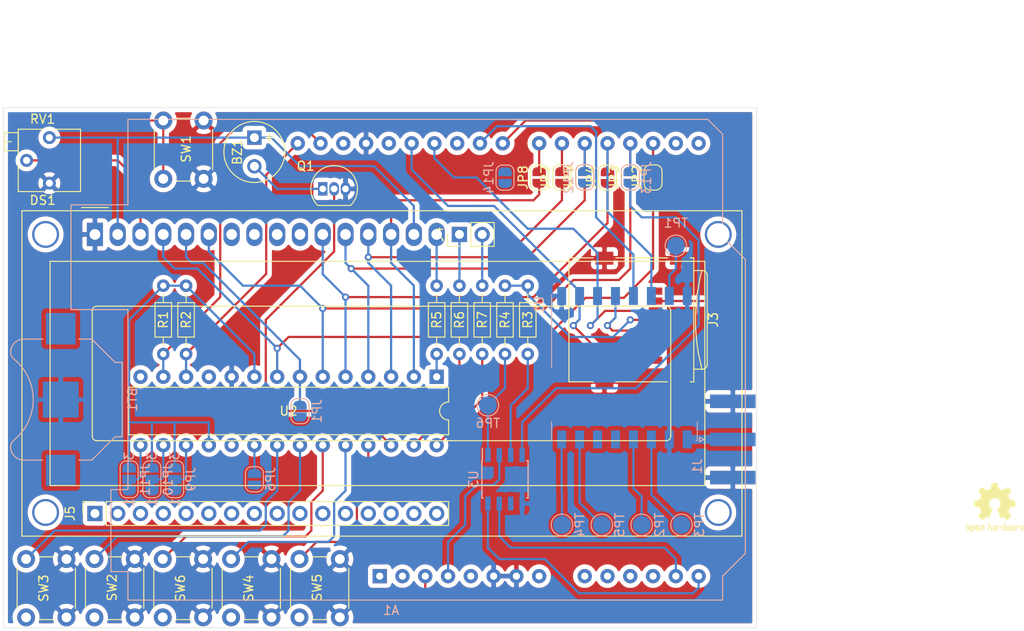
<source format=kicad_pcb>
(kicad_pcb (version 20190421) (host pcbnew "6.0.0-unknown-f7c042a~86~ubuntu18.04.1")
  (layers (0 "F.Cu" signal) (31 "B.Cu" signal) (34 "B.Paste" user) (35 "F.Paste" user) (36 "B.SilkS" user) (37 "F.SilkS" user) (38 "B.Mask" user) (39 "F.Mask" user) (44 "Edge.Cuts" user))
  (net 0 "")
  (net 1 "GND")
  (net 2 "+5V")
  (net 3 "/SDA")
  (net 4 "/LED1")
  (net 5 "/D7")
  (net 6 "/D6")
  (net 7 "/D5")
  (net 8 "/D4")
  (net 9 "/En")
  (net 10 "/RW")
  (net 11 "/RS")
  (net 12 "/LED3")
  (net 13 "/LED2")
  (net 14 "/Key4")
  (net 15 "/Key3")
  (net 16 "/Key2")
  (net 17 "/Key1")
  (net 18 "/Key0")
  (net 19 "Net-(J1-Pad1)")
  (net 20 "Net-(DS1-Pad16)")
  (net 21 "Net-(DS1-Pad3)")
  (net 22 "Net-(JP10-Pad2)")
  (net 23 "Net-(JP11-Pad2)")
  (net 24 "Net-(JP12-Pad2)")
  (net 25 "+BATT")
  (net 26 "Net-(TP3-Pad1)")
  (net 27 "/MISO")
  (net 28 "/MOSI")
  (net 29 "/SS2")
  (net 30 "/SS3")
  (net 31 "Net-(A1-Pad21)")
  (net 32 "+3V3")
  (net 33 "/RFM_RST")
  (net 34 "Net-(A1-Pad3)")
  (net 35 "/INTA")
  (net 36 "Net-(J4-Pad2)")
  (net 37 "Net-(J4-Pad1)")
  (net 38 "Net-(JP6-Pad2)")
  (net 39 "Net-(JP9-Pad2)")
  (net 40 "Net-(JP13-Pad1)")
  (net 41 "Net-(BZ1-Pad2)")
  (net 42 "/Buzzer")
  (net 43 "Net-(R4-Pad1)")
  (net 44 "Net-(TP1-Pad1)")
  (net 45 "Net-(TP2-Pad1)")
  (net 46 "Net-(TP4-Pad1)")
  (net 47 "Net-(TP5-Pad1)")
  (net 48 "/RFM_D0")
  (net 49 "Net-(BT1-Pad1)")
  (net 50 "/SCL")
  (net 51 "/CLK")
  (net 52 "/RTC_SQW")
  (net 53 "/RTC_RST")
  (module "Potentiometer_THT:Potentiometer_Bourns_3266P_Horizontal" (layer "F.Cu") (at 151.13 93.345)
    (fp_text reference "RV1" (at -0.76 -2.065) (layer "F.SilkS"))
    (fp_text value "10k")
    (pad "3" thru_hole circle (at 0 5.08) (size 1.44 1.44) (drill 0.8) (layers *.Cu *.Mask) (net 1 "GND"))
    (pad "2" thru_hole circle (at -2.54 2.54) (size 1.44 1.44) (drill 0.8) (layers *.Cu *.Mask) (net 21 "Net-(DS1-Pad3)"))
    (pad "1" thru_hole circle (at 0 0) (size 1.44 1.44) (drill 0.8) (layers *.Cu *.Mask) (net 2 "+5V"))
  )
  (module "Connector_Coaxial:SMA_Amphenol_132289_EdgeMount" (layer "B.Cu") (at 227.33 127)
    (fp_text reference "J1" (at -3.96 3 -90) (layer "B.SilkS") (effects (justify mirror)))
    (fp_text value "Ant_SMA")
    (pad "1" smd rect (at 0 0 270) (size 1.5 5.08) (layers "B.Cu" "B.Paste" "B.Mask") (net 19 "Net-(J1-Pad1)"))
    (pad "2" smd rect (at 0 4.25 270) (size 1.5 5.08) (layers "B.Cu" "B.Paste" "B.Mask") (net 1 "GND"))
    (pad "2" smd rect (at 0 -4.25 270) (size 1.5 5.08) (layers "B.Cu" "B.Paste" "B.Mask") (net 1 "GND"))
    (pad "2" smd rect (at 0 4.25 270) (size 1.5 5.08) (layers "F.Cu" "F.Paste" "F.Mask") (net 1 "GND"))
    (pad "2" smd rect (at 0 -4.25 270) (size 1.5 5.08) (layers "F.Cu" "F.Paste" "F.Mask") (net 1 "GND"))
  )
  (module "Symbol:OSHW-Logo2_7.3x6mm_SilkScreen" (layer "F.Cu") (at 256.54 134.62)
    (fp_text reference "LOGO1" hide)
    (fp_text value "Logo_Open_Hardware_Small" hide)
  )
  (module "Battery:BatteryHolder_Keystone_3000_1x12mm" (layer "B.Cu") (at 152.4 122.555 90)
    (fp_text reference "BT1" (at 0 8 90) (layer "B.SilkS") (effects (justify mirror)))
    (fp_text value "Battery_Cell")
    (pad "2" smd rect (at 0 0 90) (size 4 4) (layers "B.Cu" "B.Mask") (net 1 "GND"))
    (pad "1" smd rect (at 7.9 0 90) (size 3.5 3.3) (layers "B.Cu" "B.Paste" "B.Mask") (net 49 "Net-(BT1-Pad1)"))
    (pad "1" smd rect (at -7.9 0 90) (size 3.5 3.3) (layers "B.Cu" "B.Paste" "B.Mask") (net 49 "Net-(BT1-Pad1)"))
  )
  (module "Connector_Card:microSD_HC_Wuerth_693072010801" (layer "F.Cu") (at 217.17 113.665 270)
    (fp_text reference "J3" (at 0 -7.99 270) (layer "F.SilkS"))
    (fp_text value "Micro_SD_Card")
    (pad "1" smd rect (at -3.2 -1.55 270) (size 0.8 1.5) (layers "F.Cu" "F.Paste" "F.Mask"))
    (pad "2" smd rect (at -2.1 -1.55 270) (size 0.8 1.5) (layers "F.Cu" "F.Paste" "F.Mask") (net 30 "/SS3"))
    (pad "3" smd rect (at -1 -1.55 270) (size 0.8 1.5) (layers "F.Cu" "F.Paste" "F.Mask") (net 28 "/MOSI"))
    (pad "4" smd rect (at 0.1 -1.55 270) (size 0.8 1.5) (layers "F.Cu" "F.Paste" "F.Mask") (net 32 "+3V3"))
    (pad "5" smd rect (at 1.2 -1.55 270) (size 0.8 1.5) (layers "F.Cu" "F.Paste" "F.Mask") (net 51 "/CLK"))
    (pad "6" smd rect (at 2.3 -1.55 270) (size 0.8 1.5) (layers "F.Cu" "F.Paste" "F.Mask") (net 1 "GND"))
    (pad "7" smd rect (at 3.4 -1.55 270) (size 0.8 1.5) (layers "F.Cu" "F.Paste" "F.Mask") (net 27 "/MISO"))
    (pad "8" smd rect (at 4.5 -1.55 270) (size 0.8 1.5) (layers "F.Cu" "F.Paste" "F.Mask"))
    (pad "9" smd rect (at 6.875 4.15 270) (size 1.45 2) (layers "F.Cu" "F.Paste" "F.Mask") (net 1 "GND"))
    (pad "9" smd rect (at -6.875 4.15 270) (size 1.45 2) (layers "F.Cu" "F.Paste" "F.Mask") (net 1 "GND"))
    (pad "9" smd rect (at -6.875 -4.15 270) (size 1.45 2) (layers "F.Cu" "F.Paste" "F.Mask") (net 1 "GND"))
    (pad "9" smd rect (at 6.875 -4.15 270) (size 1.45 2) (layers "F.Cu" "F.Paste" "F.Mask") (net 1 "GND"))
  )
  (module "Resistor_THT:R_Axial_DIN0204_L3.6mm_D1.6mm_P7.62mm_Horizontal" (layer "F.Cu") (at 199.39 117.475 90)
    (fp_text reference "R7" (at 3.81 0 90) (layer "F.SilkS"))
    (fp_text value "220")
    (pad "2" thru_hole oval (at 7.62 0 90) (size 1.4 1.4) (drill 0.7) (layers *.Cu *.Mask) (net 36 "Net-(J4-Pad2)"))
    (pad "1" thru_hole circle (at 0 0 90) (size 1.4 1.4) (drill 0.7) (layers *.Cu *.Mask) (net 12 "/LED3"))
  )
  (module "Resistor_THT:R_Axial_DIN0204_L3.6mm_D1.6mm_P7.62mm_Horizontal" (layer "F.Cu") (at 196.85 117.475 90)
    (fp_text reference "R6" (at 3.81 0 90) (layer "F.SilkS"))
    (fp_text value "330")
    (pad "2" thru_hole oval (at 7.62 0 90) (size 1.4 1.4) (drill 0.7) (layers *.Cu *.Mask) (net 37 "Net-(J4-Pad1)"))
    (pad "1" thru_hole circle (at 0 0 90) (size 1.4 1.4) (drill 0.7) (layers *.Cu *.Mask) (net 13 "/LED2"))
  )
  (module "Resistor_THT:R_Axial_DIN0204_L3.6mm_D1.6mm_P7.62mm_Horizontal" (layer "F.Cu") (at 194.31 117.475 90)
    (fp_text reference "R5" (at 3.81 0 90) (layer "F.SilkS"))
    (fp_text value "220")
    (pad "2" thru_hole oval (at 7.62 0 90) (size 1.4 1.4) (drill 0.7) (layers *.Cu *.Mask) (net 20 "Net-(DS1-Pad16)"))
    (pad "1" thru_hole circle (at 0 0 90) (size 1.4 1.4) (drill 0.7) (layers *.Cu *.Mask) (net 4 "/LED1"))
  )
  (module "Resistor_THT:R_Axial_DIN0204_L3.6mm_D1.6mm_P7.62mm_Horizontal" (layer "F.Cu") (at 201.93 117.475 90)
    (fp_text reference "R4" (at 3.81 0 90) (layer "F.SilkS"))
    (fp_text value "10k")
    (pad "2" thru_hole oval (at 7.62 0 90) (size 1.4 1.4) (drill 0.7) (layers *.Cu *.Mask) (net 32 "+3V3"))
    (pad "1" thru_hole circle (at 0 0 90) (size 1.4 1.4) (drill 0.7) (layers *.Cu *.Mask) (net 43 "Net-(R4-Pad1)"))
  )
  (module "Resistor_THT:R_Axial_DIN0204_L3.6mm_D1.6mm_P7.62mm_Horizontal" (layer "F.Cu") (at 204.47 117.475 90)
    (fp_text reference "R3" (at 3.81 0 90) (layer "F.SilkS"))
    (fp_text value "10k")
    (pad "2" thru_hole oval (at 7.62 0 90) (size 1.4 1.4) (drill 0.7) (layers *.Cu *.Mask) (net 32 "+3V3"))
    (pad "1" thru_hole circle (at 0 0 90) (size 1.4 1.4) (drill 0.7) (layers *.Cu *.Mask) (net 24 "Net-(JP12-Pad2)"))
  )
  (module "Resistor_THT:R_Axial_DIN0204_L3.6mm_D1.6mm_P7.62mm_Horizontal" (layer "F.Cu") (at 166.37 117.475 90)
    (fp_text reference "R2" (at 3.81 0 90) (layer "F.SilkS"))
    (fp_text value "10k")
    (pad "2" thru_hole oval (at 7.62 0 90) (size 1.4 1.4) (drill 0.7) (layers *.Cu *.Mask) (net 32 "+3V3"))
    (pad "1" thru_hole circle (at 0 0 90) (size 1.4 1.4) (drill 0.7) (layers *.Cu *.Mask) (net 50 "/SCL"))
  )
  (module "Resistor_THT:R_Axial_DIN0204_L3.6mm_D1.6mm_P7.62mm_Horizontal" (layer "F.Cu") (at 163.83 117.475 90)
    (fp_text reference "R1" (at 3.81 0 90) (layer "F.SilkS"))
    (fp_text value "10k")
    (pad "2" thru_hole oval (at 7.62 0 90) (size 1.4 1.4) (drill 0.7) (layers *.Cu *.Mask) (net 32 "+3V3"))
    (pad "1" thru_hole circle (at 0 0 90) (size 1.4 1.4) (drill 0.7) (layers *.Cu *.Mask) (net 3 "/SDA"))
  )
  (module "Package_DIP:DIP-28_W7.62mm" (layer "F.Cu") (at 194.31 120.015 270)
    (fp_text reference "U2" (at 3.81 16.51) (layer "F.SilkS"))
    (fp_text value "MCP23017_SP")
    (pad "28" thru_hole oval (at 7.62 0 270) (size 1.6 1.6) (drill 0.8) (layers *.Cu *.Mask) (net 12 "/LED3"))
    (pad "14" thru_hole oval (at 0 33.02 270) (size 1.6 1.6) (drill 0.8) (layers *.Cu *.Mask))
    (pad "27" thru_hole oval (at 7.62 2.54 270) (size 1.6 1.6) (drill 0.8) (layers *.Cu *.Mask) (net 13 "/LED2"))
    (pad "13" thru_hole oval (at 0 30.48 270) (size 1.6 1.6) (drill 0.8) (layers *.Cu *.Mask) (net 3 "/SDA"))
    (pad "26" thru_hole oval (at 7.62 5.08 270) (size 1.6 1.6) (drill 0.8) (layers *.Cu *.Mask) (net 42 "/Buzzer"))
    (pad "12" thru_hole oval (at 0 27.94 270) (size 1.6 1.6) (drill 0.8) (layers *.Cu *.Mask) (net 50 "/SCL"))
    (pad "25" thru_hole oval (at 7.62 7.62 270) (size 1.6 1.6) (drill 0.8) (layers *.Cu *.Mask) (net 14 "/Key4"))
    (pad "11" thru_hole oval (at 0 25.4 270) (size 1.6 1.6) (drill 0.8) (layers *.Cu *.Mask))
    (pad "24" thru_hole oval (at 7.62 10.16 270) (size 1.6 1.6) (drill 0.8) (layers *.Cu *.Mask) (net 15 "/Key3"))
    (pad "10" thru_hole oval (at 0 22.86 270) (size 1.6 1.6) (drill 0.8) (layers *.Cu *.Mask) (net 1 "GND"))
    (pad "23" thru_hole oval (at 7.62 12.7 270) (size 1.6 1.6) (drill 0.8) (layers *.Cu *.Mask) (net 16 "/Key2"))
    (pad "9" thru_hole oval (at 0 20.32 270) (size 1.6 1.6) (drill 0.8) (layers *.Cu *.Mask) (net 32 "+3V3"))
    (pad "22" thru_hole oval (at 7.62 15.24 270) (size 1.6 1.6) (drill 0.8) (layers *.Cu *.Mask) (net 17 "/Key1"))
    (pad "8" thru_hole oval (at 0 17.78 270) (size 1.6 1.6) (drill 0.8) (layers *.Cu *.Mask) (net 11 "/RS"))
    (pad "21" thru_hole oval (at 7.62 17.78 270) (size 1.6 1.6) (drill 0.8) (layers *.Cu *.Mask) (net 18 "/Key0"))
    (pad "7" thru_hole oval (at 0 15.24 270) (size 1.6 1.6) (drill 0.8) (layers *.Cu *.Mask) (net 10 "/RW"))
    (pad "20" thru_hole oval (at 7.62 20.32 270) (size 1.6 1.6) (drill 0.8) (layers *.Cu *.Mask) (net 38 "Net-(JP6-Pad2)"))
    (pad "6" thru_hole oval (at 0 12.7 270) (size 1.6 1.6) (drill 0.8) (layers *.Cu *.Mask) (net 9 "/En"))
    (pad "19" thru_hole oval (at 7.62 22.86 270) (size 1.6 1.6) (drill 0.8) (layers *.Cu *.Mask))
    (pad "5" thru_hole oval (at 0 10.16 270) (size 1.6 1.6) (drill 0.8) (layers *.Cu *.Mask) (net 8 "/D4"))
    (pad "18" thru_hole oval (at 7.62 25.4 270) (size 1.6 1.6) (drill 0.8) (layers *.Cu *.Mask) (net 32 "+3V3"))
    (pad "4" thru_hole oval (at 0 7.62 270) (size 1.6 1.6) (drill 0.8) (layers *.Cu *.Mask) (net 7 "/D5"))
    (pad "17" thru_hole oval (at 7.62 27.94 270) (size 1.6 1.6) (drill 0.8) (layers *.Cu *.Mask) (net 39 "Net-(JP9-Pad2)"))
    (pad "3" thru_hole oval (at 0 5.08 270) (size 1.6 1.6) (drill 0.8) (layers *.Cu *.Mask) (net 6 "/D6"))
    (pad "16" thru_hole oval (at 7.62 30.48 270) (size 1.6 1.6) (drill 0.8) (layers *.Cu *.Mask) (net 22 "Net-(JP10-Pad2)"))
    (pad "2" thru_hole oval (at 0 2.54 270) (size 1.6 1.6) (drill 0.8) (layers *.Cu *.Mask) (net 5 "/D7"))
    (pad "15" thru_hole oval (at 7.62 33.02 270) (size 1.6 1.6) (drill 0.8) (layers *.Cu *.Mask) (net 23 "Net-(JP11-Pad2)"))
    (pad "1" thru_hole rect (at 0 0 270) (size 1.6 1.6) (drill 0.8) (layers *.Cu *.Mask) (net 4 "/LED1"))
  )
  (module "Buzzer_Beeper:MagneticBuzzer_Kingstate_KCG0601" (layer "F.Cu") (at 173.99 93.345 270)
    (fp_text reference "BZ1" (at 1.6 1.905 90) (layer "F.SilkS"))
    (fp_text value "Buzzer")
    (fp_text user "+" (at 0 -1.6 90) (layer "F.SilkS"))
    (pad "1" thru_hole rect (at 0 0 270) (size 1.6 1.6) (drill 1) (layers *.Cu *.Mask) (net 2 "+5V"))
    (pad "2" thru_hole circle (at 3.2 0 270) (size 1.6 1.6) (drill 1) (layers *.Cu *.Mask) (net 41 "Net-(BZ1-Pad2)"))
  )
  (module "Jumper:SolderJumper-2_P1.3mm_Open_RoundedPad1.0x1.5mm" (layer "B.Cu") (at 201.93 97.805 270)
    (fp_text reference "JP14" (at 0 1.8 90) (layer "B.SilkS") (effects (justify mirror)))
    (fp_text value "SolderJumper_2_Open")
    (pad "2" smd custom (at 0.65 0 270) (size 1 0.5) (layers "B.Cu" "B.Mask") (net 49 "Net-(BT1-Pad1)") (options (clearance outline) (anchor rect)) (primitives (gr_circle (center 0 -0.25) (end 0.5 -0.25) (width 0)) (gr_circle (center 0 0.25) (end 0.5 0.25) (width 0)) (gr_poly (pts (xy 0 0.75) (xy -0.5 0.75) (xy -0.5 -0.75) (xy 0 -0.75)) (width 0))))
    (pad "1" smd custom (at -0.65 0 270) (size 1 0.5) (layers "B.Cu" "B.Mask") (net 25 "+BATT") (options (clearance outline) (anchor rect)) (primitives (gr_circle (center 0 -0.25) (end 0.5 -0.25) (width 0)) (gr_circle (center 0 0.25) (end 0.5 0.25) (width 0)) (gr_poly (pts (xy 0 0.75) (xy 0.5 0.75) (xy 0.5 -0.75) (xy 0 -0.75)) (width 0))))
  )
  (module "TestPoint:TestPoint_Pad_D2.0mm" (layer "B.Cu") (at 200.025 123.19)
    (fp_text reference "TP6" (at 0 1.998) (layer "B.SilkS") (effects (justify mirror)))
    (fp_text value "TestPoint")
    (pad "1" smd circle (at 0 0) (size 2 2) (layers "B.Cu" "B.Mask") (net 43 "Net-(R4-Pad1)"))
  )
  (module "TestPoint:TestPoint_Pad_D2.0mm" (layer "B.Cu") (at 212.725 136.525 90)
    (fp_text reference "TP5" (at 0 1.998 90) (layer "B.SilkS") (effects (justify mirror)))
    (fp_text value "TestPoint")
    (pad "1" smd circle (at 0 0 90) (size 2 2) (layers "B.Cu" "B.Mask") (net 47 "Net-(TP5-Pad1)"))
  )
  (module "TestPoint:TestPoint_Pad_D2.0mm" (layer "B.Cu") (at 208.28 136.525 90)
    (fp_text reference "TP4" (at 0 1.998 90) (layer "B.SilkS") (effects (justify mirror)))
    (fp_text value "TestPoint")
    (pad "1" smd circle (at 0 0 90) (size 2 2) (layers "B.Cu" "B.Mask") (net 46 "Net-(TP4-Pad1)"))
  )
  (module "TestPoint:TestPoint_Pad_D2.0mm" (layer "B.Cu") (at 221.615 136.525 90)
    (fp_text reference "TP3" (at 0 1.998 90) (layer "B.SilkS") (effects (justify mirror)))
    (fp_text value "TestPoint")
    (pad "1" smd circle (at 0 0 90) (size 2 2) (layers "B.Cu" "B.Mask") (net 26 "Net-(TP3-Pad1)"))
  )
  (module "TestPoint:TestPoint_Pad_D2.0mm" (layer "B.Cu") (at 217.17 136.525 90)
    (fp_text reference "TP2" (at 0 1.998 90) (layer "B.SilkS") (effects (justify mirror)))
    (fp_text value "TestPoint")
    (pad "1" smd circle (at 0 0 90) (size 2 2) (layers "B.Cu" "B.Mask") (net 45 "Net-(TP2-Pad1)"))
  )
  (module "TestPoint:TestPoint_Pad_D2.0mm" (layer "B.Cu") (at 220.98 105.41)
    (fp_text reference "TP1" (at 0 -2.54) (layer "B.SilkS") (effects (justify mirror)))
    (fp_text value "TestPoint")
    (pad "1" smd circle (at 0 0) (size 2 2) (layers "B.Cu" "B.Mask") (net 44 "Net-(TP1-Pad1)"))
  )
  (module "Button_Switch_THT:SW_PUSH_6mm" (layer "F.Cu") (at 168.33 91.44 270)
    (fp_text reference "SW1" (at 3.175 1.96 270) (layer "F.SilkS"))
    (fp_text value "Reset")
    (pad "1" thru_hole circle (at 6.5 0) (size 2 2) (drill 1.1) (layers *.Cu *.Mask) (net 1 "GND"))
    (pad "2" thru_hole circle (at 6.5 4.5) (size 2 2) (drill 1.1) (layers *.Cu *.Mask) (net 34 "Net-(A1-Pad3)"))
    (pad "1" thru_hole circle (at 0 0) (size 2 2) (drill 1.1) (layers *.Cu *.Mask) (net 1 "GND"))
    (pad "2" thru_hole circle (at 0 4.5) (size 2 2) (drill 1.1) (layers *.Cu *.Mask) (net 34 "Net-(A1-Pad3)"))
  )
  (module "Package_TO_SOT_THT:TO-92_Inline" (layer "F.Cu") (at 181.61 99.06)
    (fp_text reference "Q1" (at -1.905 -2.54 180) (layer "F.SilkS"))
    (fp_text value "BC547")
    (pad "1" thru_hole rect (at 0 0) (size 1.05 1.5) (drill 0.75) (layers *.Cu *.Mask) (net 41 "Net-(BZ1-Pad2)"))
    (pad "3" thru_hole oval (at 2.54 0) (size 1.05 1.5) (drill 0.75) (layers *.Cu *.Mask) (net 1 "GND"))
    (pad "2" thru_hole oval (at 1.27 0) (size 1.05 1.5) (drill 0.75) (layers *.Cu *.Mask) (net 42 "/Buzzer"))
  )
  (module "Jumper:SolderJumper-2_P1.3mm_Open_RoundedPad1.0x1.5mm" (layer "B.Cu") (at 215.9 97.79 90)
    (fp_text reference "JP13" (at 0 1.8 90) (layer "B.SilkS") (effects (justify mirror)))
    (fp_text value "SolderJumper_2_Open")
    (pad "1" smd custom (at -0.65 0 90) (size 1 0.5) (layers "B.Cu" "B.Mask") (net 40 "Net-(JP13-Pad1)") (options (clearance outline) (anchor rect)) (primitives (gr_circle (center 0 -0.25) (end 0.5 -0.25) (width 0)) (gr_circle (center 0 0.25) (end 0.5 0.25) (width 0)) (gr_poly (pts (xy 0 0.75) (xy 0.5 0.75) (xy 0.5 -0.75) (xy 0 -0.75)) (width 0))))
    (pad "2" smd custom (at 0.65 0 90) (size 1 0.5) (layers "B.Cu" "B.Mask") (net 53 "/RTC_RST") (options (clearance outline) (anchor rect)) (primitives (gr_circle (center 0 -0.25) (end 0.5 -0.25) (width 0)) (gr_circle (center 0 0.25) (end 0.5 0.25) (width 0)) (gr_poly (pts (xy 0 0.75) (xy -0.5 0.75) (xy -0.5 -0.75) (xy 0 -0.75)) (width 0))))
  )
  (module "Jumper:SolderJumper-2_P1.3mm_Open_RoundedPad1.0x1.5mm" (layer "B.Cu") (at 210.82 97.775 270)
    (fp_text reference "JP12" (at 0 1.8 270) (layer "B.SilkS") (effects (justify mirror)))
    (fp_text value "SolderJumper_2_Open")
    (pad "1" smd custom (at -0.65 0 270) (size 1 0.5) (layers "B.Cu" "B.Mask") (net 52 "/RTC_SQW") (options (clearance outline) (anchor rect)) (primitives (gr_circle (center 0 -0.25) (end 0.5 -0.25) (width 0)) (gr_circle (center 0 0.25) (end 0.5 0.25) (width 0)) (gr_poly (pts (xy 0 0.75) (xy 0.5 0.75) (xy 0.5 -0.75) (xy 0 -0.75)) (width 0))))
    (pad "2" smd custom (at 0.65 0 270) (size 1 0.5) (layers "B.Cu" "B.Mask") (net 24 "Net-(JP12-Pad2)") (options (clearance outline) (anchor rect)) (primitives (gr_circle (center 0 -0.25) (end 0.5 -0.25) (width 0)) (gr_circle (center 0 0.25) (end 0.5 0.25) (width 0)) (gr_poly (pts (xy 0 0.75) (xy -0.5 0.75) (xy -0.5 -0.75) (xy 0 -0.75)) (width 0))))
  )
  (module "RF_Module:HOPERF_RFM9XW_SMD" (layer "B.Cu") (at 215.25 119 270)
    (fp_text reference "U1" (at -7 9.5 90) (layer "B.SilkS") (effects (justify mirror)))
    (fp_text value "RFM95W-868S2")
    (pad "16" smd rect (at 8 7 270) (size 2 1) (layers "B.Cu" "B.Paste" "B.Mask") (net 46 "Net-(TP4-Pad1)"))
    (pad "15" smd rect (at 8 5 270) (size 2 1) (layers "B.Cu" "B.Paste" "B.Mask") (net 47 "Net-(TP5-Pad1)"))
    (pad "14" smd rect (at 8 3 270) (size 2 1) (layers "B.Cu" "B.Paste" "B.Mask") (net 48 "/RFM_D0"))
    (pad "13" smd rect (at 8 1 270) (size 2 1) (layers "B.Cu" "B.Paste" "B.Mask") (net 32 "+3V3"))
    (pad "12" smd rect (at 8 -1 270) (size 2 1) (layers "B.Cu" "B.Paste" "B.Mask") (net 45 "Net-(TP2-Pad1)"))
    (pad "11" smd rect (at 8 -3 270) (size 2 1) (layers "B.Cu" "B.Paste" "B.Mask") (net 26 "Net-(TP3-Pad1)"))
    (pad "10" smd rect (at 8 -5 270) (size 2 1) (layers "B.Cu" "B.Paste" "B.Mask") (net 1 "GND"))
    (pad "9" smd rect (at 8 -7 270) (size 2 1) (layers "B.Cu" "B.Paste" "B.Mask") (net 19 "Net-(J1-Pad1)"))
    (pad "8" smd rect (at -8 -7 270) (size 2 1) (layers "B.Cu" "B.Paste" "B.Mask") (net 1 "GND"))
    (pad "7" smd rect (at -8 -5 270) (size 2 1) (layers "B.Cu" "B.Paste" "B.Mask") (net 44 "Net-(TP1-Pad1)"))
    (pad "6" smd rect (at -8 -3 270) (size 2 1) (layers "B.Cu" "B.Paste" "B.Mask") (net 33 "/RFM_RST"))
    (pad "5" smd rect (at -8 -1 270) (size 2 1) (layers "B.Cu" "B.Paste" "B.Mask") (net 29 "/SS2"))
    (pad "4" smd rect (at -8 1 270) (size 2 1) (layers "B.Cu" "B.Paste" "B.Mask") (net 51 "/CLK"))
    (pad "3" smd rect (at -8 3 270) (size 2 1) (layers "B.Cu" "B.Paste" "B.Mask") (net 28 "/MOSI"))
    (pad "2" smd rect (at -8 5 270) (size 2 1) (layers "B.Cu" "B.Paste" "B.Mask") (net 27 "/MISO"))
    (pad "1" smd rect (at -8 7 270) (size 2 1) (layers "B.Cu" "B.Paste" "B.Mask") (net 1 "GND"))
  )
  (module "Package_SO:SOIC-8_3.9x4.9mm_P1.27mm" (layer "B.Cu") (at 201.93 131.445 270)
    (fp_text reference "U3" (at 0 3.5 270) (layer "B.SilkS") (effects (justify mirror)))
    (fp_text value "DS3231MZ")
    (pad "8" smd rect (at 2.7 1.905 270) (size 1.55 0.6) (layers "B.Cu" "B.Paste" "B.Mask") (net 50 "/SCL"))
    (pad "7" smd rect (at 2.7 0.635 270) (size 1.55 0.6) (layers "B.Cu" "B.Paste" "B.Mask") (net 3 "/SDA"))
    (pad "6" smd rect (at 2.7 -0.635 270) (size 1.55 0.6) (layers "B.Cu" "B.Paste" "B.Mask") (net 49 "Net-(BT1-Pad1)"))
    (pad "5" smd rect (at 2.7 -1.905 270) (size 1.55 0.6) (layers "B.Cu" "B.Paste" "B.Mask") (net 1 "GND"))
    (pad "4" smd rect (at -2.7 -1.905 270) (size 1.55 0.6) (layers "B.Cu" "B.Paste" "B.Mask") (net 40 "Net-(JP13-Pad1)"))
    (pad "3" smd rect (at -2.7 -0.635 270) (size 1.55 0.6) (layers "B.Cu" "B.Paste" "B.Mask") (net 24 "Net-(JP12-Pad2)"))
    (pad "2" smd rect (at -2.7 0.635 270) (size 1.55 0.6) (layers "B.Cu" "B.Paste" "B.Mask") (net 32 "+3V3"))
    (pad "1" smd rect (at -2.7 1.905 270) (size 1.55 0.6) (layers "B.Cu" "B.Paste" "B.Mask") (net 43 "Net-(R4-Pad1)"))
  )
  (module "Connector_PinSocket_2.54mm:PinSocket_1x16_P2.54mm_Vertical" (layer "F.Cu") (at 156.21 135.255 90)
    (fp_text reference "J5" (at 0 -2.77 90) (layer "F.SilkS"))
    (fp_text value "Conn_01x16")
    (pad "16" thru_hole oval (at 0 38.1 90) (size 1.7 1.7) (drill 1) (layers *.Cu *.Mask))
    (pad "15" thru_hole oval (at 0 35.56 90) (size 1.7 1.7) (drill 1) (layers *.Cu *.Mask))
    (pad "14" thru_hole oval (at 0 33.02 90) (size 1.7 1.7) (drill 1) (layers *.Cu *.Mask))
    (pad "13" thru_hole oval (at 0 30.48 90) (size 1.7 1.7) (drill 1) (layers *.Cu *.Mask))
    (pad "12" thru_hole oval (at 0 27.94 90) (size 1.7 1.7) (drill 1) (layers *.Cu *.Mask))
    (pad "11" thru_hole oval (at 0 25.4 90) (size 1.7 1.7) (drill 1) (layers *.Cu *.Mask))
    (pad "10" thru_hole oval (at 0 22.86 90) (size 1.7 1.7) (drill 1) (layers *.Cu *.Mask))
    (pad "9" thru_hole oval (at 0 20.32 90) (size 1.7 1.7) (drill 1) (layers *.Cu *.Mask))
    (pad "8" thru_hole oval (at 0 17.78 90) (size 1.7 1.7) (drill 1) (layers *.Cu *.Mask))
    (pad "7" thru_hole oval (at 0 15.24 90) (size 1.7 1.7) (drill 1) (layers *.Cu *.Mask))
    (pad "6" thru_hole oval (at 0 12.7 90) (size 1.7 1.7) (drill 1) (layers *.Cu *.Mask))
    (pad "5" thru_hole oval (at 0 10.16 90) (size 1.7 1.7) (drill 1) (layers *.Cu *.Mask))
    (pad "4" thru_hole oval (at 0 7.62 90) (size 1.7 1.7) (drill 1) (layers *.Cu *.Mask))
    (pad "3" thru_hole oval (at 0 5.08 90) (size 1.7 1.7) (drill 1) (layers *.Cu *.Mask))
    (pad "2" thru_hole oval (at 0 2.54 90) (size 1.7 1.7) (drill 1) (layers *.Cu *.Mask))
    (pad "1" thru_hole rect (at 0 0 90) (size 1.7 1.7) (drill 1) (layers *.Cu *.Mask))
  )
  (module "Jumper:SolderJumper-2_P1.3mm_Open_RoundedPad1.0x1.5mm" (layer "F.Cu") (at 205.74 97.79 90)
    (fp_text reference "JP8" (at 0 -1.8 270) (layer "F.SilkS"))
    (fp_text value "SolderJumper_2_Open")
    (pad "1" smd custom (at -0.65 0 90) (size 1 0.5) (layers "F.Cu" "F.Mask") (net 5 "/D7") (options (clearance outline) (anchor rect)) (primitives (gr_circle (center 0 0.25) (end 0.5 0.25) (width 0)) (gr_circle (center 0 -0.25) (end 0.5 -0.25) (width 0)) (gr_poly (pts (xy 0 -0.75) (xy 0.5 -0.75) (xy 0.5 0.75) (xy 0 0.75)) (width 0))))
    (pad "2" smd custom (at 0.65 0 90) (size 1 0.5) (layers "F.Cu" "F.Mask") (net 48 "/RFM_D0") (options (clearance outline) (anchor rect)) (primitives (gr_circle (center 0 0.25) (end 0.5 0.25) (width 0)) (gr_circle (center 0 -0.25) (end 0.5 -0.25) (width 0)) (gr_poly (pts (xy 0 -0.75) (xy -0.5 -0.75) (xy -0.5 0.75) (xy 0 0.75)) (width 0))))
  )
  (module "Jumper:SolderJumper-2_P1.3mm_Open_RoundedPad1.0x1.5mm" (layer "F.Cu") (at 208.28 97.79 90)
    (fp_text reference "JP7" (at 0 -1.8 270) (layer "F.SilkS"))
    (fp_text value "SolderJumper_2_Open")
    (pad "1" smd custom (at -0.65 0 90) (size 1 0.5) (layers "F.Cu" "F.Mask") (net 6 "/D6") (options (clearance outline) (anchor rect)) (primitives (gr_circle (center 0 0.25) (end 0.5 0.25) (width 0)) (gr_circle (center 0 -0.25) (end 0.5 -0.25) (width 0)) (gr_poly (pts (xy 0 -0.75) (xy 0.5 -0.75) (xy 0.5 0.75) (xy 0 0.75)) (width 0))))
    (pad "2" smd custom (at 0.65 0 90) (size 1 0.5) (layers "F.Cu" "F.Mask") (net 31 "Net-(A1-Pad21)") (options (clearance outline) (anchor rect)) (primitives (gr_circle (center 0 0.25) (end 0.5 0.25) (width 0)) (gr_circle (center 0 -0.25) (end 0.5 -0.25) (width 0)) (gr_poly (pts (xy 0 -0.75) (xy -0.5 -0.75) (xy -0.5 0.75) (xy 0 0.75)) (width 0))))
  )
  (module "Jumper:SolderJumper-2_P1.3mm_Open_RoundedPad1.0x1.5mm" (layer "F.Cu") (at 210.82 97.79 90)
    (fp_text reference "JP5" (at 0 -1.8 270) (layer "F.SilkS"))
    (fp_text value "SolderJumper_2_Open")
    (pad "1" smd custom (at -0.65 0 90) (size 1 0.5) (layers "F.Cu" "F.Mask") (net 7 "/D5") (options (clearance outline) (anchor rect)) (primitives (gr_circle (center 0 0.25) (end 0.5 0.25) (width 0)) (gr_circle (center 0 -0.25) (end 0.5 -0.25) (width 0)) (gr_poly (pts (xy 0 -0.75) (xy 0.5 -0.75) (xy 0.5 0.75) (xy 0 0.75)) (width 0))))
    (pad "2" smd custom (at 0.65 0 90) (size 1 0.5) (layers "F.Cu" "F.Mask") (net 52 "/RTC_SQW") (options (clearance outline) (anchor rect)) (primitives (gr_circle (center 0 0.25) (end 0.5 0.25) (width 0)) (gr_circle (center 0 -0.25) (end 0.5 -0.25) (width 0)) (gr_poly (pts (xy 0 -0.75) (xy -0.5 -0.75) (xy -0.5 0.75) (xy 0 0.75)) (width 0))))
  )
  (module "Jumper:SolderJumper-2_P1.3mm_Open_RoundedPad1.0x1.5mm" (layer "F.Cu") (at 213.36 97.805 90)
    (fp_text reference "JP4" (at 0 -1.8 270) (layer "F.SilkS"))
    (fp_text value "SolderJumper_2_Open")
    (pad "1" smd custom (at -0.65 0 90) (size 1 0.5) (layers "F.Cu" "F.Mask") (net 8 "/D4") (options (clearance outline) (anchor rect)) (primitives (gr_circle (center 0 0.25) (end 0.5 0.25) (width 0)) (gr_circle (center 0 -0.25) (end 0.5 -0.25) (width 0)) (gr_poly (pts (xy 0 -0.75) (xy 0.5 -0.75) (xy 0.5 0.75) (xy 0 0.75)) (width 0))))
    (pad "2" smd custom (at 0.65 0 90) (size 1 0.5) (layers "F.Cu" "F.Mask") (net 33 "/RFM_RST") (options (clearance outline) (anchor rect)) (primitives (gr_circle (center 0 0.25) (end 0.5 0.25) (width 0)) (gr_circle (center 0 -0.25) (end 0.5 -0.25) (width 0)) (gr_poly (pts (xy 0 -0.75) (xy -0.5 -0.75) (xy -0.5 0.75) (xy 0 0.75)) (width 0))))
  )
  (module "Jumper:SolderJumper-2_P1.3mm_Open_RoundedPad1.0x1.5mm" (layer "F.Cu") (at 215.9 97.79 90)
    (fp_text reference "JP3" (at 0 -1.8 270) (layer "F.SilkS"))
    (fp_text value "SolderJumper_2_Open")
    (pad "1" smd custom (at -0.65 0 90) (size 1 0.5) (layers "F.Cu" "F.Mask") (net 9 "/En") (options (clearance outline) (anchor rect)) (primitives (gr_circle (center 0 0.25) (end 0.5 0.25) (width 0)) (gr_circle (center 0 -0.25) (end 0.5 -0.25) (width 0)) (gr_poly (pts (xy 0 -0.75) (xy 0.5 -0.75) (xy 0.5 0.75) (xy 0 0.75)) (width 0))))
    (pad "2" smd custom (at 0.65 0 90) (size 1 0.5) (layers "F.Cu" "F.Mask") (net 53 "/RTC_RST") (options (clearance outline) (anchor rect)) (primitives (gr_circle (center 0 0.25) (end 0.5 0.25) (width 0)) (gr_circle (center 0 -0.25) (end 0.5 -0.25) (width 0)) (gr_poly (pts (xy 0 -0.75) (xy -0.5 -0.75) (xy -0.5 0.75) (xy 0 0.75)) (width 0))))
  )
  (module "Jumper:SolderJumper-2_P1.3mm_Open_RoundedPad1.0x1.5mm" (layer "F.Cu") (at 218.44 97.79 90)
    (fp_text reference "JP2" (at 0 -1.8 270) (layer "F.SilkS"))
    (fp_text value "SolderJumper_2_Open")
    (pad "1" smd custom (at -0.65 0 90) (size 1 0.5) (layers "F.Cu" "F.Mask") (net 11 "/RS") (options (clearance outline) (anchor rect)) (primitives (gr_circle (center 0 0.25) (end 0.5 0.25) (width 0)) (gr_circle (center 0 -0.25) (end 0.5 -0.25) (width 0)) (gr_poly (pts (xy 0 -0.75) (xy 0.5 -0.75) (xy 0.5 0.75) (xy 0 0.75)) (width 0))))
    (pad "2" smd custom (at 0.65 0 90) (size 1 0.5) (layers "F.Cu" "F.Mask") (net 35 "/INTA") (options (clearance outline) (anchor rect)) (primitives (gr_circle (center 0 0.25) (end 0.5 0.25) (width 0)) (gr_circle (center 0 -0.25) (end 0.5 -0.25) (width 0)) (gr_poly (pts (xy 0 -0.75) (xy -0.5 -0.75) (xy -0.5 0.75) (xy 0 0.75)) (width 0))))
  )
  (module "Jumper:SolderJumper-2_P1.3mm_Open_RoundedPad1.0x1.5mm" (layer "B.Cu") (at 179.07 123.84 270)
    (fp_text reference "JP1" (at 0 -1.905 270) (layer "B.SilkS") (effects (justify mirror)))
    (fp_text value "SolderJumper_2_Open")
    (pad "1" smd custom (at -0.65 0 270) (size 1 0.5) (layers "B.Cu" "B.Mask") (net 10 "/RW") (options (clearance outline) (anchor rect)) (primitives (gr_circle (center 0 -0.25) (end 0.5 -0.25) (width 0)) (gr_circle (center 0 0.25) (end 0.5 0.25) (width 0)) (gr_poly (pts (xy 0 0.75) (xy 0.5 0.75) (xy 0.5 -0.75) (xy 0 -0.75)) (width 0))))
    (pad "2" smd custom (at 0.65 0 270) (size 1 0.5) (layers "B.Cu" "B.Mask") (net 1 "GND") (options (clearance outline) (anchor rect)) (primitives (gr_circle (center 0 -0.25) (end 0.5 -0.25) (width 0)) (gr_circle (center 0 0.25) (end 0.5 0.25) (width 0)) (gr_poly (pts (xy 0 0.75) (xy -0.5 0.75) (xy -0.5 -0.75) (xy 0 -0.75)) (width 0))))
  )
  (module "Button_Switch_THT:SW_PUSH_6mm" (layer "F.Cu") (at 168.275 140.335 270)
    (fp_text reference "SW6" (at 3.25 2.54 270) (layer "F.SilkS"))
    (fp_text value "DOWN")
    (pad "1" thru_hole circle (at 6.5 0) (size 2 2) (drill 1.1) (layers *.Cu *.Mask) (net 1 "GND"))
    (pad "2" thru_hole circle (at 6.5 4.5) (size 2 2) (drill 1.1) (layers *.Cu *.Mask) (net 16 "/Key2"))
    (pad "1" thru_hole circle (at 0 0) (size 2 2) (drill 1.1) (layers *.Cu *.Mask) (net 1 "GND"))
    (pad "2" thru_hole circle (at 0 4.5) (size 2 2) (drill 1.1) (layers *.Cu *.Mask) (net 16 "/Key2"))
  )
  (module "Button_Switch_THT:SW_PUSH_6mm" (layer "F.Cu") (at 183.515 140.335 270)
    (fp_text reference "SW5" (at 3.175 2.54 90) (layer "F.SilkS"))
    (fp_text value "SELECT")
    (pad "1" thru_hole circle (at 6.5 0) (size 2 2) (drill 1.1) (layers *.Cu *.Mask) (net 1 "GND"))
    (pad "2" thru_hole circle (at 6.5 4.5) (size 2 2) (drill 1.1) (layers *.Cu *.Mask) (net 14 "/Key4"))
    (pad "1" thru_hole circle (at 0 0) (size 2 2) (drill 1.1) (layers *.Cu *.Mask) (net 1 "GND"))
    (pad "2" thru_hole circle (at 0 4.5) (size 2 2) (drill 1.1) (layers *.Cu *.Mask) (net 14 "/Key4"))
  )
  (module "Button_Switch_THT:SW_PUSH_6mm" (layer "F.Cu") (at 175.895 140.335 270)
    (fp_text reference "SW4" (at 3.25 2.54 90) (layer "F.SilkS"))
    (fp_text value "RIGHT")
    (pad "1" thru_hole circle (at 6.5 0) (size 2 2) (drill 1.1) (layers *.Cu *.Mask) (net 1 "GND"))
    (pad "2" thru_hole circle (at 6.5 4.5) (size 2 2) (drill 1.1) (layers *.Cu *.Mask) (net 15 "/Key3"))
    (pad "1" thru_hole circle (at 0 0) (size 2 2) (drill 1.1) (layers *.Cu *.Mask) (net 1 "GND"))
    (pad "2" thru_hole circle (at 0 4.5) (size 2 2) (drill 1.1) (layers *.Cu *.Mask) (net 15 "/Key3"))
  )
  (module "Button_Switch_THT:SW_PUSH_6mm" (layer "F.Cu") (at 153.035 140.335 270)
    (fp_text reference "SW3" (at 3.25 2.54 90) (layer "F.SilkS"))
    (fp_text value "LEFT")
    (pad "1" thru_hole circle (at 6.5 0) (size 2 2) (drill 1.1) (layers *.Cu *.Mask) (net 1 "GND"))
    (pad "2" thru_hole circle (at 6.5 4.5) (size 2 2) (drill 1.1) (layers *.Cu *.Mask) (net 18 "/Key0"))
    (pad "1" thru_hole circle (at 0 0) (size 2 2) (drill 1.1) (layers *.Cu *.Mask) (net 1 "GND"))
    (pad "2" thru_hole circle (at 0 4.5) (size 2 2) (drill 1.1) (layers *.Cu *.Mask) (net 18 "/Key0"))
  )
  (module "Button_Switch_THT:SW_PUSH_6mm" (layer "F.Cu") (at 160.655 140.335 270)
    (fp_text reference "SW2" (at 3.175 2.54 90) (layer "F.SilkS"))
    (fp_text value "UP")
    (pad "1" thru_hole circle (at 6.5 0) (size 2 2) (drill 1.1) (layers *.Cu *.Mask) (net 1 "GND"))
    (pad "2" thru_hole circle (at 6.5 4.5) (size 2 2) (drill 1.1) (layers *.Cu *.Mask) (net 17 "/Key1"))
    (pad "1" thru_hole circle (at 0 0) (size 2 2) (drill 1.1) (layers *.Cu *.Mask) (net 1 "GND"))
    (pad "2" thru_hole circle (at 0 4.5) (size 2 2) (drill 1.1) (layers *.Cu *.Mask) (net 17 "/Key1"))
  )
  (module "Jumper:SolderJumper-3_P1.3mm_Bridged12_RoundedPad1.0x1.5mm_NumberLabels" (layer "B.Cu") (at 160.02 131.445 90)
    (fp_text reference "JP11" (at 0 1.8 90) (layer "B.SilkS") (effects (justify mirror)))
    (fp_text value "SolderJumper_3_Bridged12")
    (fp_text user "1" (at -2.6 0 90) (layer "B.SilkS") (effects (justify mirror)))
    (fp_text user "3" (at 2.6 0 90) (layer "B.SilkS") (effects (justify mirror)))
    (pad "2" smd rect (at 0 0 90) (size 1 1.5) (layers "B.Cu" "B.Mask") (net 23 "Net-(JP11-Pad2)"))
    (pad "3" smd custom (at 1.3 0 90) (size 1 0.5) (layers "B.Cu" "B.Mask") (net 32 "+3V3") (options (clearance outline) (anchor rect)) (primitives (gr_circle (center 0 -0.25) (end 0.5 -0.25) (width 0)) (gr_circle (center 0 0.25) (end 0.5 0.25) (width 0)) (gr_poly (pts (xy -0.55 0.75) (xy 0 0.75) (xy 0 -0.75) (xy -0.55 -0.75)) (width 0))))
    (pad "1" smd custom (at -1.3 0 90) (size 1 0.5) (layers "B.Cu" "B.Mask") (net 1 "GND") (options (clearance outline) (anchor rect)) (primitives (gr_circle (center 0 -0.25) (end 0.5 -0.25) (width 0)) (gr_circle (center 0 0.25) (end 0.5 0.25) (width 0)) (gr_poly (pts (xy 0.55 0.75) (xy 0 0.75) (xy 0 -0.75) (xy 0.55 -0.75)) (width 0)) (gr_poly (pts (xy 0.4 0.3) (xy 0.9 0.3) (xy 0.9 -0.3) (xy 0.4 -0.3)) (width 0))))
  )
  (module "Jumper:SolderJumper-3_P1.3mm_Bridged12_RoundedPad1.0x1.5mm_NumberLabels" (layer "B.Cu") (at 162.56 131.445 90)
    (fp_text reference "JP10" (at 0 1.8 90) (layer "B.SilkS") (effects (justify mirror)))
    (fp_text value "SolderJumper_3_Bridged12")
    (fp_text user "1" (at -2.6 0 90) (layer "B.SilkS") (effects (justify mirror)))
    (fp_text user "3" (at 2.6 0 90) (layer "B.SilkS") (effects (justify mirror)))
    (pad "2" smd rect (at 0 0 90) (size 1 1.5) (layers "B.Cu" "B.Mask") (net 22 "Net-(JP10-Pad2)"))
    (pad "3" smd custom (at 1.3 0 90) (size 1 0.5) (layers "B.Cu" "B.Mask") (net 32 "+3V3") (options (clearance outline) (anchor rect)) (primitives (gr_circle (center 0 -0.25) (end 0.5 -0.25) (width 0)) (gr_circle (center 0 0.25) (end 0.5 0.25) (width 0)) (gr_poly (pts (xy -0.55 0.75) (xy 0 0.75) (xy 0 -0.75) (xy -0.55 -0.75)) (width 0))))
    (pad "1" smd custom (at -1.3 0 90) (size 1 0.5) (layers "B.Cu" "B.Mask") (net 1 "GND") (options (clearance outline) (anchor rect)) (primitives (gr_circle (center 0 -0.25) (end 0.5 -0.25) (width 0)) (gr_circle (center 0 0.25) (end 0.5 0.25) (width 0)) (gr_poly (pts (xy 0.55 0.75) (xy 0 0.75) (xy 0 -0.75) (xy 0.55 -0.75)) (width 0)) (gr_poly (pts (xy 0.4 0.3) (xy 0.9 0.3) (xy 0.9 -0.3) (xy 0.4 -0.3)) (width 0))))
  )
  (module "Jumper:SolderJumper-3_P1.3mm_Bridged12_RoundedPad1.0x1.5mm_NumberLabels" (layer "B.Cu") (at 165.1 131.445 90)
    (fp_text reference "JP9" (at 0 1.8 90) (layer "B.SilkS") (effects (justify mirror)))
    (fp_text value "SolderJumper_3_Bridged12")
    (fp_text user "1" (at -2.6 0 90) (layer "B.SilkS") (effects (justify mirror)))
    (fp_text user "3" (at 2.6 0 90) (layer "B.SilkS") (effects (justify mirror)))
    (pad "2" smd rect (at 0 0 90) (size 1 1.5) (layers "B.Cu" "B.Mask") (net 39 "Net-(JP9-Pad2)"))
    (pad "3" smd custom (at 1.3 0 90) (size 1 0.5) (layers "B.Cu" "B.Mask") (net 32 "+3V3") (options (clearance outline) (anchor rect)) (primitives (gr_circle (center 0 -0.25) (end 0.5 -0.25) (width 0)) (gr_circle (center 0 0.25) (end 0.5 0.25) (width 0)) (gr_poly (pts (xy -0.55 0.75) (xy 0 0.75) (xy 0 -0.75) (xy -0.55 -0.75)) (width 0))))
    (pad "1" smd custom (at -1.3 0 90) (size 1 0.5) (layers "B.Cu" "B.Mask") (net 1 "GND") (options (clearance outline) (anchor rect)) (primitives (gr_circle (center 0 -0.25) (end 0.5 -0.25) (width 0)) (gr_circle (center 0 0.25) (end 0.5 0.25) (width 0)) (gr_poly (pts (xy 0.55 0.75) (xy 0 0.75) (xy 0 -0.75) (xy 0.55 -0.75)) (width 0)) (gr_poly (pts (xy 0.4 0.3) (xy 0.9 0.3) (xy 0.9 -0.3) (xy 0.4 -0.3)) (width 0))))
  )
  (module "Jumper:SolderJumper-2_P1.3mm_Open_RoundedPad1.0x1.5mm" (layer "B.Cu") (at 173.99 131.445 90)
    (fp_text reference "JP6" (at 0 1.8 90) (layer "B.SilkS") (effects (justify mirror)))
    (fp_text value "SolderJumper_2_Open")
    (pad "2" smd custom (at 0.65 0 90) (size 1 0.5) (layers "B.Cu" "B.Mask") (net 38 "Net-(JP6-Pad2)") (options (clearance outline) (anchor rect)) (primitives (gr_circle (center 0 -0.25) (end 0.5 -0.25) (width 0)) (gr_circle (center 0 0.25) (end 0.5 0.25) (width 0)) (gr_poly (pts (xy 0 0.75) (xy -0.5 0.75) (xy -0.5 -0.75) (xy 0 -0.75)) (width 0))))
    (pad "1" smd custom (at -0.65 0 90) (size 1 0.5) (layers "B.Cu" "B.Mask") (net 35 "/INTA") (options (clearance outline) (anchor rect)) (primitives (gr_circle (center 0 -0.25) (end 0.5 -0.25) (width 0)) (gr_circle (center 0 0.25) (end 0.5 0.25) (width 0)) (gr_poly (pts (xy 0 0.75) (xy 0.5 0.75) (xy 0.5 -0.75) (xy 0 -0.75)) (width 0))))
  )
  (module "Connector_PinHeader_2.54mm:PinHeader_1x02_P2.54mm_Vertical" (layer "F.Cu") (at 196.85 104.14 90)
    (fp_text reference "J4" (at 0 -2.33 90) (layer "F.SilkS"))
    (fp_text value "Conn_01x02")
    (pad "2" thru_hole oval (at 0 2.54 90) (size 1.7 1.7) (drill 1) (layers *.Cu *.Mask) (net 36 "Net-(J4-Pad2)"))
    (pad "1" thru_hole rect (at 0 0 90) (size 1.7 1.7) (drill 1) (layers *.Cu *.Mask) (net 37 "Net-(J4-Pad1)"))
  )
  (module "Display:WC1602A" (layer "F.Cu") (at 156.21 104.14)
    (fp_text reference "DS1" (at -5.82 -3.81) (layer "F.SilkS"))
    (fp_text value "WC1602A")
    (pad "" thru_hole circle (at 69.5 0) (size 3 3) (drill 2.5) (layers *.Cu *.Mask))
    (pad "" thru_hole circle (at 69.49948 31.0007) (size 3 3) (drill 2.5) (layers *.Cu *.Mask))
    (pad "" thru_hole circle (at -5.4991 31.0007) (size 3 3) (drill 2.5) (layers *.Cu *.Mask))
    (pad "" thru_hole circle (at -5.4991 0) (size 3 3) (drill 2.5) (layers *.Cu *.Mask))
    (pad "16" thru_hole oval (at 38.1 0) (size 1.8 2.6) (drill 1.2) (layers *.Cu *.Mask) (net 20 "Net-(DS1-Pad16)"))
    (pad "15" thru_hole oval (at 35.56 0) (size 1.8 2.6) (drill 1.2) (layers *.Cu *.Mask) (net 2 "+5V"))
    (pad "14" thru_hole oval (at 33.02 0) (size 1.8 2.6) (drill 1.2) (layers *.Cu *.Mask) (net 5 "/D7"))
    (pad "13" thru_hole oval (at 30.48 0) (size 1.8 2.6) (drill 1.2) (layers *.Cu *.Mask) (net 6 "/D6"))
    (pad "12" thru_hole oval (at 27.94 0) (size 1.8 2.6) (drill 1.2) (layers *.Cu *.Mask) (net 7 "/D5"))
    (pad "11" thru_hole oval (at 25.4 0) (size 1.8 2.6) (drill 1.2) (layers *.Cu *.Mask) (net 8 "/D4"))
    (pad "10" thru_hole oval (at 22.86 0) (size 1.8 2.6) (drill 1.2) (layers *.Cu *.Mask))
    (pad "9" thru_hole oval (at 20.32 0) (size 1.8 2.6) (drill 1.2) (layers *.Cu *.Mask))
    (pad "8" thru_hole oval (at 17.78 0) (size 1.8 2.6) (drill 1.2) (layers *.Cu *.Mask))
    (pad "7" thru_hole oval (at 15.24 0) (size 1.8 2.6) (drill 1.2) (layers *.Cu *.Mask))
    (pad "6" thru_hole oval (at 12.7 0) (size 1.8 2.6) (drill 1.2) (layers *.Cu *.Mask) (net 9 "/En"))
    (pad "5" thru_hole oval (at 10.16 0) (size 1.8 2.6) (drill 1.2) (layers *.Cu *.Mask) (net 10 "/RW"))
    (pad "4" thru_hole oval (at 7.62 0) (size 1.8 2.6) (drill 1.2) (layers *.Cu *.Mask) (net 11 "/RS"))
    (pad "3" thru_hole oval (at 5.08 0) (size 1.8 2.6) (drill 1.2) (layers *.Cu *.Mask) (net 21 "Net-(DS1-Pad3)"))
    (pad "2" thru_hole oval (at 2.54 0) (size 1.8 2.6) (drill 1.2) (layers *.Cu *.Mask) (net 2 "+5V"))
    (pad "1" thru_hole rect (at 0 0) (size 1.8 2.6) (drill 1.2) (layers *.Cu *.Mask) (net 1 "GND"))
  )
  (module "Module:Arduino_UNO_R3" (layer "B.Cu") (at 187.96 142.24)
    (fp_text reference "A1" (at 1.27 3.81 -180) (layer "B.SilkS") (effects (justify mirror)))
    (fp_text value "Arduino_UNO_R3")
    (pad "16" thru_hole oval (at 33.02 -48.26 270) (size 1.6 1.6) (drill 0.8) (layers *.Cu *.Mask))
    (pad "15" thru_hole oval (at 35.56 -48.26 270) (size 1.6 1.6) (drill 0.8) (layers *.Cu *.Mask))
    (pad "30" thru_hole oval (at -4.06 -48.26 270) (size 1.6 1.6) (drill 0.8) (layers *.Cu *.Mask))
    (pad "14" thru_hole oval (at 35.56 0 270) (size 1.6 1.6) (drill 0.8) (layers *.Cu *.Mask) (net 50 "/SCL"))
    (pad "29" thru_hole oval (at -1.52 -48.26 270) (size 1.6 1.6) (drill 0.8) (layers *.Cu *.Mask) (net 1 "GND"))
    (pad "13" thru_hole oval (at 33.02 0 270) (size 1.6 1.6) (drill 0.8) (layers *.Cu *.Mask) (net 3 "/SDA"))
    (pad "28" thru_hole oval (at 1.02 -48.26 270) (size 1.6 1.6) (drill 0.8) (layers *.Cu *.Mask) (net 51 "/CLK"))
    (pad "12" thru_hole oval (at 30.48 0 270) (size 1.6 1.6) (drill 0.8) (layers *.Cu *.Mask))
    (pad "27" thru_hole oval (at 3.56 -48.26 270) (size 1.6 1.6) (drill 0.8) (layers *.Cu *.Mask) (net 27 "/MISO"))
    (pad "11" thru_hole oval (at 27.94 0 270) (size 1.6 1.6) (drill 0.8) (layers *.Cu *.Mask))
    (pad "26" thru_hole oval (at 6.1 -48.26 270) (size 1.6 1.6) (drill 0.8) (layers *.Cu *.Mask) (net 28 "/MOSI"))
    (pad "10" thru_hole oval (at 25.4 0 270) (size 1.6 1.6) (drill 0.8) (layers *.Cu *.Mask))
    (pad "25" thru_hole oval (at 8.64 -48.26 270) (size 1.6 1.6) (drill 0.8) (layers *.Cu *.Mask))
    (pad "9" thru_hole oval (at 22.86 0 270) (size 1.6 1.6) (drill 0.8) (layers *.Cu *.Mask) (net 25 "+BATT"))
    (pad "24" thru_hole oval (at 11.18 -48.26 270) (size 1.6 1.6) (drill 0.8) (layers *.Cu *.Mask) (net 29 "/SS2"))
    (pad "8" thru_hole oval (at 17.78 0 270) (size 1.6 1.6) (drill 0.8) (layers *.Cu *.Mask))
    (pad "23" thru_hole oval (at 13.72 -48.26 270) (size 1.6 1.6) (drill 0.8) (layers *.Cu *.Mask) (net 30 "/SS3"))
    (pad "7" thru_hole oval (at 15.24 0 270) (size 1.6 1.6) (drill 0.8) (layers *.Cu *.Mask) (net 1 "GND"))
    (pad "22" thru_hole oval (at 17.78 -48.26 270) (size 1.6 1.6) (drill 0.8) (layers *.Cu *.Mask) (net 48 "/RFM_D0"))
    (pad "6" thru_hole oval (at 12.7 0 270) (size 1.6 1.6) (drill 0.8) (layers *.Cu *.Mask) (net 1 "GND"))
    (pad "21" thru_hole oval (at 20.32 -48.26 270) (size 1.6 1.6) (drill 0.8) (layers *.Cu *.Mask) (net 31 "Net-(A1-Pad21)"))
    (pad "5" thru_hole oval (at 10.16 0 270) (size 1.6 1.6) (drill 0.8) (layers *.Cu *.Mask) (net 2 "+5V"))
    (pad "20" thru_hole oval (at 22.86 -48.26 270) (size 1.6 1.6) (drill 0.8) (layers *.Cu *.Mask) (net 52 "/RTC_SQW"))
    (pad "4" thru_hole oval (at 7.62 0 270) (size 1.6 1.6) (drill 0.8) (layers *.Cu *.Mask) (net 32 "+3V3"))
    (pad "19" thru_hole oval (at 25.4 -48.26 270) (size 1.6 1.6) (drill 0.8) (layers *.Cu *.Mask) (net 33 "/RFM_RST"))
    (pad "3" thru_hole oval (at 5.08 0 270) (size 1.6 1.6) (drill 0.8) (layers *.Cu *.Mask) (net 34 "Net-(A1-Pad3)"))
    (pad "18" thru_hole oval (at 27.94 -48.26 270) (size 1.6 1.6) (drill 0.8) (layers *.Cu *.Mask) (net 53 "/RTC_RST"))
    (pad "2" thru_hole oval (at 2.54 0 270) (size 1.6 1.6) (drill 0.8) (layers *.Cu *.Mask))
    (pad "17" thru_hole oval (at 30.48 -48.26 270) (size 1.6 1.6) (drill 0.8) (layers *.Cu *.Mask) (net 35 "/INTA"))
    (pad "1" thru_hole rect (at 0 0 270) (size 1.6 1.6) (drill 0.8) (layers *.Cu *.Mask))
    (pad "31" thru_hole oval (at -6.6 -48.26 270) (size 1.6 1.6) (drill 0.8) (layers *.Cu *.Mask) (net 3 "/SDA"))
    (pad "32" thru_hole oval (at -9.14 -48.26 270) (size 1.6 1.6) (drill 0.8) (layers *.Cu *.Mask) (net 50 "/SCL"))
  )
  (gr_line (start 146 90) (end 230 90) (layer "Edge.Cuts") (width 0.05))
  (gr_line (start 146 148) (end 146 90) (layer "Edge.Cuts") (width 0.05))
  (gr_line (start 230 148) (end 146 148) (layer "Edge.Cuts") (width 0.05))
  (gr_line (start 230 90) (end 230 148) (layer "Edge.Cuts") (width 0.05))
  (segment (start 158.75 104.14) (end 158.75 100.965) (width 0.25) (layer "B.Cu") (net 2))
  (segment (start 158.75 100.965) (end 158.75 93.345) (width 0.25) (layer "B.Cu") (net 2))
  (segment (start 173.99 93.345) (end 158.75 93.345) (width 0.25) (layer "B.Cu") (net 2))
  (segment (start 158.75 93.345) (end 151.13 93.345) (width 0.25) (layer "B.Cu") (net 2))
  (segment (start 191.77 104.14) (end 191.77 102.59) (width 0.25) (layer "B.Cu") (net 2))
  (segment (start 191.77 102.59) (end 191.77 100.965) (width 0.25) (layer "B.Cu") (net 2))
  (segment (start 191.77 100.965) (end 187.325 96.52) (width 0.25) (layer "B.Cu") (net 2))
  (segment (start 187.325 96.52) (end 179.07 96.52) (width 0.25) (layer "B.Cu") (net 2))
  (segment (start 179.07 96.52) (end 175.895 93.345) (width 0.25) (layer "B.Cu") (net 2))
  (segment (start 175.895 93.345) (end 173.99 93.345) (width 0.25) (layer "B.Cu") (net 2))
  (segment (start 163.83 117.475) (end 163.83 120.015) (width 0.25) (layer "B.Cu") (net 3))
  (segment (start 201.295 134.145) (end 201.295 134.62) (width 0.25) (layer "B.Cu") (net 3))
  (segment (start 201.295 134.62) (end 201.295 137.795) (width 0.25) (layer "B.Cu") (net 3))
  (segment (start 201.295 137.795) (end 202.565 139.065) (width 0.25) (layer "B.Cu") (net 3))
  (segment (start 202.565 139.065) (end 219.71 139.065) (width 0.25) (layer "B.Cu") (net 3))
  (segment (start 219.71 139.065) (end 220.98 140.335) (width 0.25) (layer "B.Cu") (net 3))
  (segment (start 220.98 140.335) (end 220.98 142.24) (width 0.25) (layer "B.Cu") (net 3))
  (segment (start 170.18 111.125) (end 163.83 117.475) (width 0.25) (layer "F.Cu") (net 3))
  (segment (start 170.18 93.98) (end 170.18 111.125) (width 0.25) (layer "F.Cu") (net 3))
  (segment (start 181.36 93.98) (end 178.82 91.44) (width 0.25) (layer "F.Cu") (net 3))
  (segment (start 172.72 91.44) (end 170.18 93.98) (width 0.25) (layer "F.Cu") (net 3))
  (segment (start 178.82 91.44) (end 172.72 91.44) (width 0.25) (layer "F.Cu") (net 3))
  (segment (start 194.31 117.475) (end 194.31 120.015) (width 0.25) (layer "B.Cu") (net 4))
  (segment (start 191.77 120.015) (end 191.77 109.855) (width 0.25) (layer "B.Cu") (net 5))
  (segment (start 191.77 109.855) (end 189.23 107.315) (width 0.25) (layer "B.Cu") (net 5))
  (segment (start 189.23 107.315) (end 189.23 104.14) (width 0.25) (layer "B.Cu") (net 5))
  (segment (start 205.74 98.44) (end 205.74 99.695) (width 0.25) (layer "F.Cu") (net 5))
  (segment (start 205.74 99.695) (end 205.105 100.33) (width 0.25) (layer "F.Cu") (net 5))
  (segment (start 205.105 100.33) (end 198.755 100.33) (width 0.25) (layer "F.Cu") (net 5))
  (segment (start 198.755 100.33) (end 189.865 100.33) (width 0.25) (layer "F.Cu") (net 5))
  (segment (start 189.865 100.33) (end 189.23 100.965) (width 0.25) (layer "F.Cu") (net 5))
  (segment (start 189.23 100.965) (end 189.23 104.14) (width 0.25) (layer "F.Cu") (net 5))
  (segment (start 189.23 109.855) (end 186.69 107.315) (width 0.25) (layer "B.Cu") (net 6))
  (segment (start 186.69 107.315) (end 186.69 104.14) (width 0.25) (layer "B.Cu") (net 6))
  (segment (start 189.23 120.015) (end 189.23 114.935) (width 0.25) (layer "B.Cu") (net 6))
  (segment (start 189.23 114.935) (end 189.23 109.855) (width 0.25) (layer "B.Cu") (net 6))
  (via (at 186.69 106.68) (size 0.8) (drill 0.4) (layers "F.Cu" "B.Cu") (net 6))
  (segment (start 186.69 106.68) (end 201.93 106.68) (width 0.25) (layer "F.Cu") (net 6))
  (segment (start 201.93 106.68) (end 208.28 100.33) (width 0.25) (layer "F.Cu") (net 6))
  (segment (start 208.28 100.33) (end 208.28 98.425) (width 0.25) (layer "F.Cu") (net 6))
  (segment (start 184.15 107.315) (end 184.15 104.14) (width 0.25) (layer "B.Cu") (net 7))
  (segment (start 186.69 120.015) (end 186.69 109.855) (width 0.25) (layer "B.Cu") (net 7))
  (segment (start 185.42 108.585) (end 184.15 107.315) (width 0.25) (layer "B.Cu") (net 7))
  (segment (start 186.69 109.855) (end 185.42 108.585) (width 0.25) (layer "B.Cu") (net 7))
  (segment (start 210.82 98.44) (end 210.82 100.33) (width 0.25) (layer "F.Cu") (net 7))
  (via (at 184.785 107.95) (size 0.8) (drill 0.4) (layers "F.Cu" "B.Cu") (net 7))
  (segment (start 203.2 107.95) (end 184.785 107.95) (width 0.25) (layer "F.Cu") (net 7))
  (segment (start 210.82 100.33) (end 203.2 107.95) (width 0.25) (layer "F.Cu") (net 7))
  (segment (start 181.61 107.315) (end 181.61 104.14) (width 0.25) (layer "B.Cu") (net 8))
  (via (at 184.15 111.125) (size 0.8) (drill 0.4) (layers "F.Cu" "B.Cu") (net 8))
  (segment (start 184.15 111.125) (end 181.61 108.585) (width 0.25) (layer "B.Cu") (net 8))
  (segment (start 181.61 108.585) (end 181.61 107.315) (width 0.25) (layer "B.Cu") (net 8))
  (segment (start 184.15 111.125) (end 184.15 120.015) (width 0.25) (layer "B.Cu") (net 8))
  (segment (start 213.36 102.87) (end 213.36 102.235) (width 0.25) (layer "F.Cu") (net 8))
  (segment (start 205.105 111.125) (end 213.36 102.87) (width 0.25) (layer "F.Cu") (net 8))
  (segment (start 213.36 98.455) (end 213.36 102.235) (width 0.25) (layer "F.Cu") (net 8))
  (segment (start 205.105 111.125) (end 184.15 111.125) (width 0.25) (layer "F.Cu") (net 8))
  (via (at 181.61 112.395) (size 0.8) (drill 0.4) (layers "F.Cu" "B.Cu") (net 9))
  (segment (start 181.61 120.015) (end 181.61 112.395) (width 0.25) (layer "B.Cu") (net 9))
  (segment (start 215.9 107.95) (end 215.9 101.6) (width 0.25) (layer "F.Cu") (net 9))
  (segment (start 214.63 109.22) (end 215.9 107.95) (width 0.25) (layer "F.Cu") (net 9))
  (segment (start 215.9 101.6) (end 215.9 98.44) (width 0.25) (layer "F.Cu") (net 9))
  (segment (start 209.55 109.22) (end 214.63 109.22) (width 0.25) (layer "F.Cu") (net 9))
  (segment (start 181.61 112.395) (end 206.375 112.395) (width 0.25) (layer "F.Cu") (net 9))
  (segment (start 206.375 112.395) (end 209.55 109.22) (width 0.25) (layer "F.Cu") (net 9))
  (segment (start 179.07 109.855) (end 181.61 112.395) (width 0.25) (layer "B.Cu") (net 9))
  (segment (start 172.72 109.855) (end 179.07 109.855) (width 0.25) (layer "B.Cu") (net 9))
  (segment (start 168.91 106.045) (end 172.72 109.855) (width 0.25) (layer "B.Cu") (net 9))
  (segment (start 168.91 104.14) (end 168.91 106.045) (width 0.25) (layer "B.Cu") (net 9))
  (segment (start 179.07 123.19) (end 179.07 120.015) (width 0.25) (layer "B.Cu") (net 10))
  (segment (start 179.07 120.015) (end 179.07 118.11) (width 0.25) (layer "B.Cu") (net 10))
  (segment (start 179.07 118.11) (end 173.99 113.03) (width 0.25) (layer "B.Cu") (net 10))
  (segment (start 173.99 113.03) (end 168.275 107.315) (width 0.25) (layer "B.Cu") (net 10))
  (segment (start 168.275 107.315) (end 167.005 107.315) (width 0.25) (layer "B.Cu") (net 10))
  (segment (start 167.005 107.315) (end 166.37 106.68) (width 0.25) (layer "B.Cu") (net 10))
  (segment (start 166.37 106.68) (end 166.37 104.14) (width 0.25) (layer "B.Cu") (net 10))
  (segment (start 163.83 106.68) (end 163.83 104.14) (width 0.25) (layer "B.Cu") (net 11))
  (segment (start 165.1 107.95) (end 163.83 106.68) (width 0.25) (layer "B.Cu") (net 11))
  (segment (start 176.53 120.015) (end 176.53 116.84) (width 0.25) (layer "B.Cu") (net 11))
  (segment (start 167.64 107.95) (end 165.1 107.95) (width 0.25) (layer "B.Cu") (net 11))
  (via (at 176.53 116.84) (size 0.8) (drill 0.4) (layers "F.Cu" "B.Cu") (net 11))
  (segment (start 210.907501 111.212501) (end 206.550002 115.57) (width 0.25) (layer "F.Cu") (net 11))
  (segment (start 215.177499 111.212501) (end 210.907501 111.212501) (width 0.25) (layer "F.Cu") (net 11))
  (segment (start 218.44 107.95) (end 215.177499 111.212501) (width 0.25) (layer "F.Cu") (net 11))
  (segment (start 218.44 98.44) (end 218.44 107.95) (width 0.25) (layer "F.Cu") (net 11))
  (segment (start 175.26 115.57) (end 167.64 107.95) (width 0.25) (layer "B.Cu") (net 11))
  (segment (start 176.53 116.84) (end 177.8 115.57) (width 0.25) (layer "F.Cu") (net 11))
  (segment (start 206.550002 115.57) (end 177.8 115.57) (width 0.25) (layer "F.Cu") (net 11))
  (segment (start 176.53 116.84) (end 175.26 115.57) (width 0.25) (layer "B.Cu") (net 11))
  (segment (start 194.31 127.635) (end 199.39 122.555) (width 0.25) (layer "F.Cu") (net 12))
  (segment (start 199.39 122.555) (end 199.39 117.475) (width 0.25) (layer "F.Cu") (net 12))
  (segment (start 191.77 127.635) (end 196.85 122.555) (width 0.25) (layer "F.Cu") (net 13))
  (segment (start 196.85 122.555) (end 196.85 117.475) (width 0.25) (layer "F.Cu") (net 13))
  (segment (start 179.015 140.335) (end 180.92 138.43) (width 0.25) (layer "F.Cu") (net 14))
  (segment (start 180.92 138.43) (end 184.785 138.43) (width 0.25) (layer "F.Cu") (net 14))
  (segment (start 184.785 138.43) (end 185.42 137.795) (width 0.25) (layer "F.Cu") (net 14))
  (segment (start 185.42 137.795) (end 185.42 133.985) (width 0.25) (layer "F.Cu") (net 14))
  (segment (start 185.42 133.985) (end 186.69 132.715) (width 0.25) (layer "F.Cu") (net 14))
  (segment (start 186.69 132.715) (end 186.69 127.635) (width 0.25) (layer "F.Cu") (net 14))
  (segment (start 171.395 140.335) (end 173.3 138.43) (width 0.25) (layer "B.Cu") (net 15))
  (segment (start 173.3 138.43) (end 182.245 138.43) (width 0.25) (layer "B.Cu") (net 15))
  (segment (start 182.245 138.43) (end 182.88 137.795) (width 0.25) (layer "B.Cu") (net 15))
  (segment (start 182.88 137.795) (end 182.88 133.985) (width 0.25) (layer "B.Cu") (net 15))
  (segment (start 182.88 133.985) (end 184.15 132.715) (width 0.25) (layer "B.Cu") (net 15))
  (segment (start 184.15 132.715) (end 184.15 127.635) (width 0.25) (layer "B.Cu") (net 15))
  (segment (start 164.774999 139.335001) (end 164.829999 139.335001) (width 0.25) (layer "F.Cu") (net 16))
  (segment (start 163.775 140.335) (end 164.774999 139.335001) (width 0.25) (layer "F.Cu") (net 16))
  (segment (start 164.829999 139.335001) (end 166.37 137.795) (width 0.25) (layer "F.Cu") (net 16))
  (segment (start 166.37 137.795) (end 179.705 137.795) (width 0.25) (layer "F.Cu") (net 16))
  (segment (start 179.705 137.795) (end 180.34 137.16) (width 0.25) (layer "F.Cu") (net 16))
  (segment (start 180.34 137.16) (end 180.34 133.985) (width 0.25) (layer "F.Cu") (net 16))
  (segment (start 180.34 133.985) (end 181.61 132.715) (width 0.25) (layer "F.Cu") (net 16))
  (segment (start 181.61 132.715) (end 181.61 127.635) (width 0.25) (layer "F.Cu") (net 16))
  (segment (start 156.155 140.335) (end 158.695 137.795) (width 0.25) (layer "B.Cu") (net 17))
  (segment (start 158.695 137.795) (end 177.165 137.795) (width 0.25) (layer "B.Cu") (net 17))
  (segment (start 177.165 137.795) (end 177.8 137.16) (width 0.25) (layer "B.Cu") (net 17))
  (segment (start 177.8 137.16) (end 177.8 133.985) (width 0.25) (layer "B.Cu") (net 17))
  (segment (start 177.8 133.985) (end 179.07 132.715) (width 0.25) (layer "B.Cu") (net 17))
  (segment (start 179.07 132.715) (end 179.07 127.635) (width 0.25) (layer "B.Cu") (net 17))
  (segment (start 148.535 140.335) (end 151.71 137.16) (width 0.25) (layer "B.Cu") (net 18))
  (segment (start 151.71 137.16) (end 174.625 137.16) (width 0.25) (layer "B.Cu") (net 18))
  (segment (start 174.625 137.16) (end 175.26 136.525) (width 0.25) (layer "B.Cu") (net 18))
  (segment (start 175.26 136.525) (end 175.26 133.985) (width 0.25) (layer "B.Cu") (net 18))
  (segment (start 175.26 133.985) (end 176.53 132.715) (width 0.25) (layer "B.Cu") (net 18))
  (segment (start 176.53 132.715) (end 176.53 127.635) (width 0.25) (layer "B.Cu") (net 18))
  (segment (start 227.33 127) (end 222.25 127) (width 1) (layer "B.Cu") (net 19))
  (segment (start 194.31 104.14) (end 194.31 109.855) (width 0.25) (layer "B.Cu") (net 20))
  (segment (start 161.29 104.14) (end 161.29 98.425) (width 0.25) (layer "F.Cu") (net 21))
  (segment (start 161.29 98.425) (end 158.75 95.885) (width 0.25) (layer "F.Cu") (net 21))
  (segment (start 158.75 95.885) (end 148.59 95.885) (width 0.25) (layer "F.Cu") (net 21))
  (segment (start 163.83 131.175) (end 163.56 131.445) (width 0.25) (layer "B.Cu") (net 22))
  (segment (start 163.83 127.635) (end 163.83 131.175) (width 0.25) (layer "B.Cu") (net 22))
  (segment (start 163.56 131.445) (end 162.56 131.445) (width 0.25) (layer "B.Cu") (net 22))
  (segment (start 161.29 131.175) (end 161.02 131.445) (width 0.25) (layer "B.Cu") (net 23))
  (segment (start 161.29 127.635) (end 161.29 131.175) (width 0.25) (layer "B.Cu") (net 23))
  (segment (start 161.02 131.445) (end 160.02 131.445) (width 0.25) (layer "B.Cu") (net 23))
  (segment (start 202.565 128.745) (end 202.565 123.19) (width 0.25) (layer "B.Cu") (net 24))
  (segment (start 202.565 123.19) (end 204.47 121.285) (width 0.25) (layer "B.Cu") (net 24))
  (segment (start 204.47 121.285) (end 204.47 117.475) (width 0.25) (layer "B.Cu") (net 24))
  (segment (start 218.25 127) (end 218.25 133.16) (width 0.25) (layer "B.Cu") (net 26))
  (segment (start 218.25 133.16) (end 221.615 136.525) (width 0.25) (layer "B.Cu") (net 26))
  (segment (start 218.72 117.065) (end 212.315 117.065) (width 0.25) (layer "F.Cu") (net 27))
  (via (at 209.55 114.3) (size 0.8) (drill 0.4) (layers "F.Cu" "B.Cu") (net 27))
  (segment (start 212.315 117.065) (end 209.55 114.3) (width 0.25) (layer "F.Cu") (net 27))
  (segment (start 210.25 113.6) (end 209.55 114.3) (width 0.25) (layer "B.Cu") (net 27))
  (segment (start 210.25 111) (end 210.25 113.6) (width 0.25) (layer "B.Cu") (net 27))
  (segment (start 210.25 110.5) (end 200.715 100.965) (width 0.25) (layer "B.Cu") (net 27))
  (segment (start 210.25 111) (end 210.25 110.5) (width 0.25) (layer "B.Cu") (net 27))
  (segment (start 200.715 100.965) (end 195.58 100.965) (width 0.25) (layer "B.Cu") (net 27))
  (segment (start 191.52 96.905) (end 195.58 100.965) (width 0.25) (layer "B.Cu") (net 27))
  (segment (start 191.52 93.98) (end 191.52 96.905) (width 0.25) (layer "B.Cu") (net 27))
  (via (at 211.455 114.3) (size 0.8) (drill 0.4) (layers "F.Cu" "B.Cu") (net 28))
  (segment (start 218.72 112.665) (end 213.09 112.665) (width 0.25) (layer "F.Cu") (net 28))
  (segment (start 213.09 112.665) (end 211.455 114.3) (width 0.25) (layer "F.Cu") (net 28))
  (segment (start 212.25 113.505) (end 211.455 114.3) (width 0.25) (layer "B.Cu") (net 28))
  (segment (start 212.25 111) (end 212.25 113.505) (width 0.25) (layer "B.Cu") (net 28))
  (segment (start 194.06 93.98) (end 194.06 95.635) (width 0.25) (layer "B.Cu") (net 28))
  (segment (start 194.06 95.635) (end 196.215 97.79) (width 0.25) (layer "B.Cu") (net 28))
  (segment (start 212.25 111) (end 212.25 106.205) (width 0.25) (layer "B.Cu") (net 28))
  (segment (start 211.455 105.41) (end 209.55 103.505) (width 0.25) (layer "B.Cu") (net 28))
  (segment (start 212.25 106.205) (end 211.455 105.41) (width 0.25) (layer "B.Cu") (net 28))
  (segment (start 211.455 105.41) (end 210.185 104.14) (width 0.25) (layer "B.Cu") (net 28))
  (segment (start 209.55 103.505) (end 204.47 103.505) (width 0.25) (layer "B.Cu") (net 28))
  (segment (start 204.47 103.505) (end 198.755 97.79) (width 0.25) (layer "B.Cu") (net 28))
  (segment (start 198.755 97.79) (end 196.215 97.79) (width 0.25) (layer "B.Cu") (net 28))
  (segment (start 199.14 93.98) (end 201.045 92.075) (width 0.25) (layer "B.Cu") (net 29))
  (segment (start 201.045 92.075) (end 211.455 92.075) (width 0.25) (layer "B.Cu") (net 29))
  (segment (start 211.455 92.075) (end 212.09 92.71) (width 0.25) (layer "B.Cu") (net 29))
  (segment (start 212.09 92.71) (end 212.09 100.965) (width 0.25) (layer "B.Cu") (net 29))
  (segment (start 212.09 100.965) (end 212.09 102.235) (width 0.25) (layer "B.Cu") (net 29))
  (segment (start 216.25 111) (end 216.25 106.395) (width 0.25) (layer "B.Cu") (net 29))
  (segment (start 216.25 106.395) (end 212.09 102.235) (width 0.25) (layer "B.Cu") (net 29))
  (segment (start 204.22 91.44) (end 201.68 93.98) (width 0.25) (layer "F.Cu") (net 30))
  (segment (start 228.6 108.585) (end 228.6 95.885) (width 0.25) (layer "F.Cu") (net 30))
  (segment (start 224.155 91.44) (end 204.22 91.44) (width 0.25) (layer "F.Cu") (net 30))
  (segment (start 228.6 95.885) (end 224.155 91.44) (width 0.25) (layer "F.Cu") (net 30))
  (segment (start 218.72 111.565) (end 225.62 111.565) (width 0.25) (layer "F.Cu") (net 30))
  (segment (start 225.62 111.565) (end 228.6 108.585) (width 0.25) (layer "F.Cu") (net 30))
  (segment (start 208.28 97.14) (end 208.28 93.98) (width 0.25) (layer "F.Cu") (net 31))
  (segment (start 163.83 109.855) (end 166.37 109.855) (width 0.25) (layer "B.Cu") (net 32))
  (segment (start 173.99 117.475) (end 173.99 120.015) (width 0.25) (layer "B.Cu") (net 32))
  (segment (start 166.37 109.855) (end 173.99 117.475) (width 0.25) (layer "B.Cu") (net 32))
  (segment (start 165.1 125.73) (end 165.1 130.145) (width 0.25) (layer "B.Cu") (net 32))
  (segment (start 165.1 125.095) (end 165.1 125.73) (width 0.25) (layer "B.Cu") (net 32))
  (segment (start 168.91 127.635) (end 168.91 125.095) (width 0.25) (layer "B.Cu") (net 32))
  (segment (start 168.91 125.095) (end 165.1 125.095) (width 0.25) (layer "B.Cu") (net 32))
  (segment (start 165.1 125.095) (end 162.56 125.095) (width 0.25) (layer "B.Cu") (net 32))
  (segment (start 162.56 125.095) (end 162.56 130.175) (width 0.25) (layer "B.Cu") (net 32))
  (segment (start 162.56 125.095) (end 160.02 125.095) (width 0.25) (layer "B.Cu") (net 32))
  (segment (start 160.02 125.095) (end 160.02 130.175) (width 0.25) (layer "B.Cu") (net 32))
  (segment (start 204.47 109.855) (end 201.93 109.855) (width 0.25) (layer "B.Cu") (net 32))
  (segment (start 204.47 110.844949) (end 209.195051 115.57) (width 0.25) (layer "B.Cu") (net 32))
  (segment (start 204.47 109.855) (end 204.47 110.844949) (width 0.25) (layer "B.Cu") (net 32))
  (via (at 215.9 113.665) (size 0.8) (drill 0.4) (layers "F.Cu" "B.Cu") (net 32))
  (segment (start 209.195051 115.57) (end 213.995 115.57) (width 0.25) (layer "B.Cu") (net 32))
  (segment (start 213.995 115.57) (end 215.9 113.665) (width 0.25) (layer "B.Cu") (net 32))
  (segment (start 218.72 113.765) (end 217.27 113.765) (width 0.25) (layer "F.Cu") (net 32))
  (segment (start 217.17 113.665) (end 215.9 113.665) (width 0.25) (layer "F.Cu") (net 32))
  (segment (start 217.27 113.765) (end 217.17 113.665) (width 0.25) (layer "F.Cu") (net 32))
  (segment (start 201.295 131.445) (end 201.295 128.905) (width 0.25) (layer "B.Cu") (net 32))
  (segment (start 198.755 132.08) (end 200.66 132.08) (width 0.25) (layer "B.Cu") (net 32))
  (segment (start 200.66 132.08) (end 201.295 131.445) (width 0.25) (layer "B.Cu") (net 32))
  (segment (start 197.485 133.35) (end 198.755 132.08) (width 0.25) (layer "B.Cu") (net 32))
  (segment (start 197.485 136.525) (end 197.485 133.35) (width 0.25) (layer "B.Cu") (net 32))
  (segment (start 195.58 139.7) (end 195.58 138.43) (width 0.25) (layer "B.Cu") (net 32))
  (segment (start 195.58 142.24) (end 195.58 139.7) (width 0.25) (layer "B.Cu") (net 32))
  (segment (start 195.58 138.43) (end 197.485 136.525) (width 0.25) (layer "B.Cu") (net 32))
  (segment (start 160.02 125.095) (end 160.02 113.665) (width 0.25) (layer "B.Cu") (net 32))
  (segment (start 160.02 113.665) (end 163.83 109.855) (width 0.25) (layer "B.Cu") (net 32))
  (segment (start 213.36 97.155) (end 213.36 93.98) (width 0.25) (layer "F.Cu") (net 33))
  (segment (start 218.25 106.49) (end 218.25 108.14) (width 0.25) (layer "B.Cu") (net 33))
  (segment (start 213.36 101.6) (end 218.25 106.49) (width 0.25) (layer "B.Cu") (net 33))
  (segment (start 218.25 108.14) (end 218.25 111) (width 0.25) (layer "B.Cu") (net 33))
  (segment (start 213.36 93.98) (end 213.36 101.6) (width 0.25) (layer "B.Cu") (net 33))
  (segment (start 147.955 91.44) (end 163.83 91.44) (width 0.25) (layer "F.Cu") (net 34))
  (segment (start 193.04 142.24) (end 193.04 144.145) (width 0.25) (layer "F.Cu") (net 34))
  (segment (start 146.685 144.145) (end 146.685 92.71) (width 0.25) (layer "F.Cu") (net 34))
  (segment (start 146.685 92.71) (end 147.955 91.44) (width 0.25) (layer "F.Cu") (net 34))
  (segment (start 192.405 144.78) (end 147.32 144.78) (width 0.25) (layer "F.Cu") (net 34))
  (segment (start 147.32 144.78) (end 146.685 144.145) (width 0.25) (layer "F.Cu") (net 34))
  (segment (start 193.04 144.145) (end 192.405 144.78) (width 0.25) (layer "F.Cu") (net 34))
  (segment (start 163.83 97.94) (end 163.83 91.44) (width 0.25) (layer "F.Cu") (net 34))
  (segment (start 218.44 97.14) (end 218.44 93.98) (width 0.25) (layer "F.Cu") (net 35))
  (segment (start 199.39 104.14) (end 199.39 109.855) (width 0.25) (layer "B.Cu") (net 36))
  (segment (start 196.85 104.14) (end 196.85 105.24) (width 0.25) (layer "B.Cu") (net 37))
  (segment (start 196.85 105.24) (end 196.85 109.855) (width 0.25) (layer "B.Cu") (net 37))
  (segment (start 173.99 130.795) (end 173.99 127.635) (width 0.25) (layer "B.Cu") (net 38))
  (segment (start 166.37 131.175) (end 166.1 131.445) (width 0.25) (layer "B.Cu") (net 39))
  (segment (start 166.37 127.635) (end 166.37 131.175) (width 0.25) (layer "B.Cu") (net 39))
  (segment (start 166.1 131.445) (end 165.1 131.445) (width 0.25) (layer "B.Cu") (net 39))
  (segment (start 215.9 98.44) (end 215.9 100.965) (width 0.25) (layer "B.Cu") (net 40))
  (segment (start 216.535 121.285) (end 207.645 121.285) (width 0.25) (layer "B.Cu") (net 40))
  (segment (start 207.645 121.285) (end 203.835 125.095) (width 0.25) (layer "B.Cu") (net 40))
  (segment (start 203.835 125.095) (end 203.835 128.905) (width 0.25) (layer "B.Cu") (net 40))
  (segment (start 215.9 100.965) (end 217.17 102.235) (width 0.25) (layer "B.Cu") (net 40))
  (segment (start 217.17 102.235) (end 220.98 102.235) (width 0.25) (layer "B.Cu") (net 40))
  (segment (start 223.52 104.775) (end 220.98 102.235) (width 0.25) (layer "B.Cu") (net 40))
  (segment (start 223.52 114.3) (end 223.52 104.775) (width 0.25) (layer "B.Cu") (net 40))
  (segment (start 223.52 114.3) (end 216.535 121.285) (width 0.25) (layer "B.Cu") (net 40))
  (segment (start 176.53 99.06) (end 173.99 96.52) (width 0.25) (layer "B.Cu") (net 41))
  (segment (start 181.61 99.06) (end 176.53 99.06) (width 0.25) (layer "B.Cu") (net 41))
  (segment (start 176.53 123.825) (end 185.42 123.825) (width 0.25) (layer "F.Cu") (net 42))
  (segment (start 185.42 123.825) (end 189.23 127.635) (width 0.25) (layer "F.Cu") (net 42))
  (segment (start 175.26 122.555) (end 176.53 123.825) (width 0.25) (layer "F.Cu") (net 42))
  (segment (start 175.26 113.665) (end 175.26 122.555) (width 0.25) (layer "F.Cu") (net 42))
  (segment (start 182.88 99.06) (end 182.88 106.045) (width 0.25) (layer "F.Cu") (net 42))
  (segment (start 182.88 106.045) (end 175.26 113.665) (width 0.25) (layer "F.Cu") (net 42))
  (segment (start 200.025 128.745) (end 200.025 123.19) (width 0.25) (layer "B.Cu") (net 43))
  (segment (start 201.93 117.475) (end 201.93 120.65) (width 0.25) (layer "B.Cu") (net 43))
  (segment (start 201.93 120.65) (end 201.93 121.285) (width 0.25) (layer "B.Cu") (net 43))
  (segment (start 201.93 121.285) (end 200.025 123.19) (width 0.25) (layer "B.Cu") (net 43))
  (segment (start 220.25 111) (end 220.25 108.68) (width 0.25) (layer "B.Cu") (net 44))
  (segment (start 220.25 108.68) (end 220.98 107.95) (width 0.25) (layer "B.Cu") (net 44))
  (segment (start 220.98 105.41) (end 220.98 107.95) (width 0.25) (layer "B.Cu") (net 44))
  (segment (start 216.25 127) (end 216.25 132.43) (width 0.25) (layer "B.Cu") (net 45))
  (segment (start 216.25 132.43) (end 217.17 133.35) (width 0.25) (layer "B.Cu") (net 45))
  (segment (start 217.17 133.35) (end 217.17 136.525) (width 0.25) (layer "B.Cu") (net 45))
  (segment (start 208.25 127) (end 208.25 132.685) (width 0.25) (layer "B.Cu") (net 46))
  (segment (start 208.25 132.685) (end 208.28 132.715) (width 0.25) (layer "B.Cu") (net 46))
  (segment (start 208.28 132.715) (end 208.28 136.525) (width 0.25) (layer "B.Cu") (net 46))
  (segment (start 210.25 127) (end 210.25 134.05) (width 0.25) (layer "B.Cu") (net 47))
  (segment (start 210.25 134.05) (end 212.725 136.525) (width 0.25) (layer "B.Cu") (net 47))
  (segment (start 205.74 97.14) (end 205.74 93.98) (width 0.25) (layer "F.Cu") (net 48))
  (segment (start 166.37 117.475) (end 166.37 120.015) (width 0.25) (layer "B.Cu") (net 50))
  (segment (start 167.069999 116.775001) (end 166.37 117.475) (width 0.25) (layer "F.Cu") (net 50))
  (segment (start 175.30499 108.54001) (end 167.069999 116.775001) (width 0.25) (layer "F.Cu") (net 50))
  (segment (start 175.30499 97.49501) (end 175.30499 108.54001) (width 0.25) (layer "F.Cu") (net 50))
  (segment (start 178.82 93.98) (end 175.30499 97.49501) (width 0.25) (layer "F.Cu") (net 50))
  (segment (start 223.52 142.24) (end 223.52 143.51) (width 0.25) (layer "B.Cu") (net 50))
  (segment (start 223.52 143.51) (end 222.885 144.145) (width 0.25) (layer "B.Cu") (net 50))
  (segment (start 222.885 144.145) (end 210.82 144.145) (width 0.25) (layer "B.Cu") (net 50))
  (segment (start 210.82 144.145) (end 210.185 144.145) (width 0.25) (layer "B.Cu") (net 50))
  (segment (start 210.185 144.145) (end 206.375 140.335) (width 0.25) (layer "B.Cu") (net 50))
  (segment (start 206.375 140.335) (end 201.295 140.335) (width 0.25) (layer "B.Cu") (net 50))
  (segment (start 201.295 140.335) (end 200.025 139.065) (width 0.25) (layer "B.Cu") (net 50))
  (segment (start 200.025 139.065) (end 200.025 133.985) (width 0.25) (layer "B.Cu") (net 50))
  (via (at 213.36 114.3) (size 0.8) (drill 0.4) (layers "F.Cu" "B.Cu") (net 51))
  (segment (start 218.72 114.865) (end 213.925 114.865) (width 0.25) (layer "F.Cu") (net 51))
  (segment (start 213.925 114.865) (end 213.36 114.3) (width 0.25) (layer "F.Cu") (net 51))
  (segment (start 214.25 113.41) (end 213.36 114.3) (width 0.25) (layer "B.Cu") (net 51))
  (segment (start 214.25 111) (end 214.25 113.41) (width 0.25) (layer "B.Cu") (net 51))
  (segment (start 210.82 97.14) (end 210.82 93.98) (width 0.25) (layer "F.Cu") (net 52))
  (segment (start 210.82 97.125) (end 210.82 93.98) (width 0.25) (layer "B.Cu") (net 52))
  (segment (start 215.9 97.14) (end 215.9 93.98) (width 0.25) (layer "F.Cu") (net 53))
  (segment (start 215.9 97.14) (end 215.9 93.98) (width 0.25) (layer "B.Cu") (net 53))
  (zone (net 1) (net_name "GND") (layer "F.Cu") (connect_pads (clearance 0.508)) (min_thickness 0.254) (fill yes (arc_segments 16) (thermal_gap 0.508) (thermal_bridge_width 0.508))
    (polygon (pts (xy 230 90) (xy 146 90) (xy 146 148) (xy 230 148)))
  )
  (zone (net 1) (net_name "GND") (layer "B.Cu") (connect_pads (clearance 0.508)) (min_thickness 0.254) (fill yes (arc_segments 16) (thermal_gap 0.508) (thermal_bridge_width 0.508))
    (polygon (pts (xy 230 148) (xy 230 90) (xy 146 90) (xy 146 148)))
  )
)
</source>
